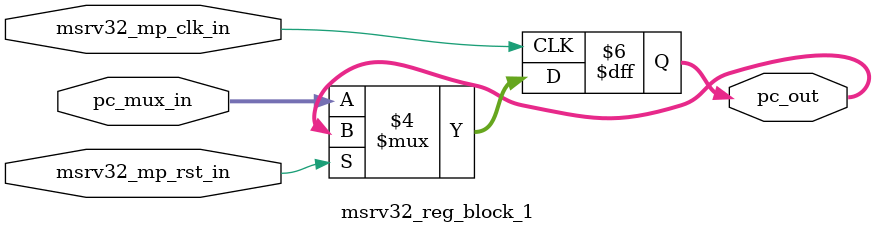
<source format=v>
`timescale 1ns / 1ps


module msrv32_reg_block_1(
input [31:0]pc_mux_in,
input msrv32_mp_clk_in, msrv32_mp_rst_in,
output reg [31:0]pc_out     //to reg_block_2, immediate_adder & pc_mux
    );
    
    always@(posedge msrv32_mp_clk_in )//, msrv32_mp_rst_in
    
    if(!msrv32_mp_rst_in)
        pc_out <= pc_mux_in;
    
    else
        pc_out <= pc_out;
        
endmodule

</source>
